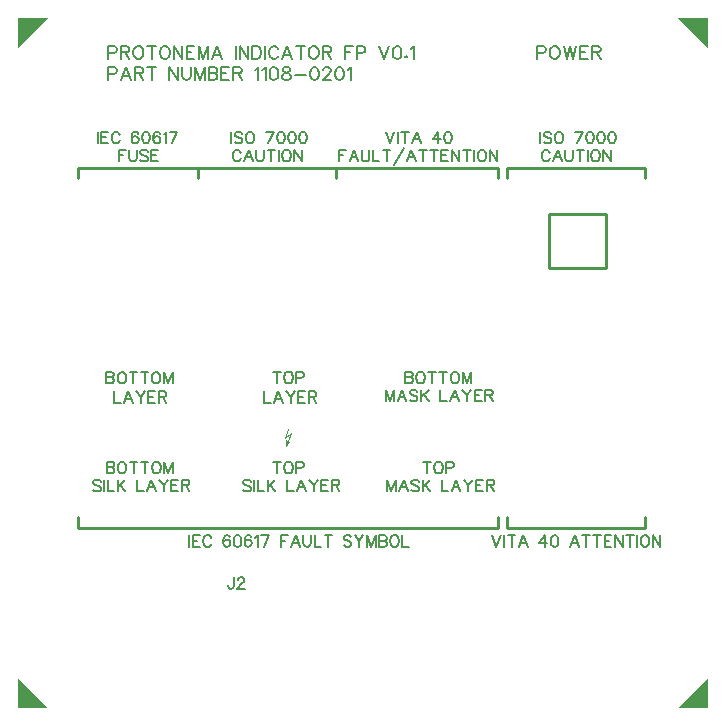
<source format=gto>
G04 Layer: TopSilkscreenLayer*
G04 EasyEDA v6.5.34, 2023-08-21 18:11:39*
G04 7c8418cbede34b2c85e998ecb34685fd,5a6b42c53f6a479593ecc07194224c93,10*
G04 Gerber Generator version 0.2*
G04 Scale: 100 percent, Rotated: No, Reflected: No *
G04 Dimensions in millimeters *
G04 leading zeros omitted , absolute positions ,4 integer and 5 decimal *
%FSLAX45Y45*%
%MOMM*%

%ADD10C,0.1524*%
%ADD11C,0.2540*%
%ADD12C,0.1000*%

%LPD*%
D10*
X761992Y5601759D02*
G01*
X761992Y5492539D01*
X761992Y5601759D02*
G01*
X808728Y5601759D01*
X824222Y5596425D01*
X829556Y5591345D01*
X834636Y5580931D01*
X834636Y5565437D01*
X829556Y5555023D01*
X824222Y5549689D01*
X808728Y5544609D01*
X761992Y5544609D01*
X868926Y5601759D02*
G01*
X868926Y5492539D01*
X868926Y5601759D02*
G01*
X915662Y5601759D01*
X931410Y5596425D01*
X936490Y5591345D01*
X941824Y5580931D01*
X941824Y5570517D01*
X936490Y5560103D01*
X931410Y5555023D01*
X915662Y5549689D01*
X868926Y5549689D01*
X905502Y5549689D02*
G01*
X941824Y5492539D01*
X1007102Y5601759D02*
G01*
X996942Y5596425D01*
X986528Y5586265D01*
X981194Y5575851D01*
X976114Y5560103D01*
X976114Y5534195D01*
X981194Y5518701D01*
X986528Y5508287D01*
X996942Y5497873D01*
X1007102Y5492539D01*
X1027930Y5492539D01*
X1038344Y5497873D01*
X1048758Y5508287D01*
X1054092Y5518701D01*
X1059172Y5534195D01*
X1059172Y5560103D01*
X1054092Y5575851D01*
X1048758Y5586265D01*
X1038344Y5596425D01*
X1027930Y5601759D01*
X1007102Y5601759D01*
X1129784Y5601759D02*
G01*
X1129784Y5492539D01*
X1093462Y5601759D02*
G01*
X1166106Y5601759D01*
X1231638Y5601759D02*
G01*
X1221224Y5596425D01*
X1210810Y5586265D01*
X1205730Y5575851D01*
X1200396Y5560103D01*
X1200396Y5534195D01*
X1205730Y5518701D01*
X1210810Y5508287D01*
X1221224Y5497873D01*
X1231638Y5492539D01*
X1252466Y5492539D01*
X1262880Y5497873D01*
X1273294Y5508287D01*
X1278374Y5518701D01*
X1283708Y5534195D01*
X1283708Y5560103D01*
X1278374Y5575851D01*
X1273294Y5586265D01*
X1262880Y5596425D01*
X1252466Y5601759D01*
X1231638Y5601759D01*
X1317998Y5601759D02*
G01*
X1317998Y5492539D01*
X1317998Y5601759D02*
G01*
X1390642Y5492539D01*
X1390642Y5601759D02*
G01*
X1390642Y5492539D01*
X1424932Y5601759D02*
G01*
X1424932Y5492539D01*
X1424932Y5601759D02*
G01*
X1492496Y5601759D01*
X1424932Y5549689D02*
G01*
X1466588Y5549689D01*
X1424932Y5492539D02*
G01*
X1492496Y5492539D01*
X1526786Y5601759D02*
G01*
X1526786Y5492539D01*
X1526786Y5601759D02*
G01*
X1568442Y5492539D01*
X1609844Y5601759D02*
G01*
X1568442Y5492539D01*
X1609844Y5601759D02*
G01*
X1609844Y5492539D01*
X1685790Y5601759D02*
G01*
X1644134Y5492539D01*
X1685790Y5601759D02*
G01*
X1727192Y5492539D01*
X1659882Y5529115D02*
G01*
X1711698Y5529115D01*
X1841492Y5601759D02*
G01*
X1841492Y5492539D01*
X1875782Y5601759D02*
G01*
X1875782Y5492539D01*
X1875782Y5601759D02*
G01*
X1948680Y5492539D01*
X1948680Y5601759D02*
G01*
X1948680Y5492539D01*
X1982970Y5601759D02*
G01*
X1982970Y5492539D01*
X1982970Y5601759D02*
G01*
X2019292Y5601759D01*
X2034786Y5596425D01*
X2045200Y5586265D01*
X2050534Y5575851D01*
X2055614Y5560103D01*
X2055614Y5534195D01*
X2050534Y5518701D01*
X2045200Y5508287D01*
X2034786Y5497873D01*
X2019292Y5492539D01*
X1982970Y5492539D01*
X2089904Y5601759D02*
G01*
X2089904Y5492539D01*
X2202172Y5575851D02*
G01*
X2197092Y5586265D01*
X2186678Y5596425D01*
X2176264Y5601759D01*
X2155436Y5601759D01*
X2145022Y5596425D01*
X2134608Y5586265D01*
X2129528Y5575851D01*
X2124194Y5560103D01*
X2124194Y5534195D01*
X2129528Y5518701D01*
X2134608Y5508287D01*
X2145022Y5497873D01*
X2155436Y5492539D01*
X2176264Y5492539D01*
X2186678Y5497873D01*
X2197092Y5508287D01*
X2202172Y5518701D01*
X2278118Y5601759D02*
G01*
X2236462Y5492539D01*
X2278118Y5601759D02*
G01*
X2319520Y5492539D01*
X2251956Y5529115D02*
G01*
X2304026Y5529115D01*
X2390132Y5601759D02*
G01*
X2390132Y5492539D01*
X2353810Y5601759D02*
G01*
X2426708Y5601759D01*
X2491986Y5601759D02*
G01*
X2481572Y5596425D01*
X2471412Y5586265D01*
X2466078Y5575851D01*
X2460998Y5560103D01*
X2460998Y5534195D01*
X2466078Y5518701D01*
X2471412Y5508287D01*
X2481572Y5497873D01*
X2491986Y5492539D01*
X2512814Y5492539D01*
X2523228Y5497873D01*
X2533642Y5508287D01*
X2538722Y5518701D01*
X2544056Y5534195D01*
X2544056Y5560103D01*
X2538722Y5575851D01*
X2533642Y5586265D01*
X2523228Y5596425D01*
X2512814Y5601759D01*
X2491986Y5601759D01*
X2578346Y5601759D02*
G01*
X2578346Y5492539D01*
X2578346Y5601759D02*
G01*
X2625082Y5601759D01*
X2640576Y5596425D01*
X2645910Y5591345D01*
X2650990Y5580931D01*
X2650990Y5570517D01*
X2645910Y5560103D01*
X2640576Y5555023D01*
X2625082Y5549689D01*
X2578346Y5549689D01*
X2614668Y5549689D02*
G01*
X2650990Y5492539D01*
X2765290Y5601759D02*
G01*
X2765290Y5492539D01*
X2765290Y5601759D02*
G01*
X2832854Y5601759D01*
X2765290Y5549689D02*
G01*
X2806946Y5549689D01*
X2867144Y5601759D02*
G01*
X2867144Y5492539D01*
X2867144Y5601759D02*
G01*
X2913880Y5601759D01*
X2929628Y5596425D01*
X2934708Y5591345D01*
X2940042Y5580931D01*
X2940042Y5565437D01*
X2934708Y5555023D01*
X2929628Y5549689D01*
X2913880Y5544609D01*
X2867144Y5544609D01*
X3054342Y5601759D02*
G01*
X3095744Y5492539D01*
X3137400Y5601759D02*
G01*
X3095744Y5492539D01*
X3202932Y5601759D02*
G01*
X3187184Y5596425D01*
X3176770Y5580931D01*
X3171690Y5555023D01*
X3171690Y5539275D01*
X3176770Y5513367D01*
X3187184Y5497873D01*
X3202932Y5492539D01*
X3213092Y5492539D01*
X3228840Y5497873D01*
X3239254Y5513367D01*
X3244334Y5539275D01*
X3244334Y5555023D01*
X3239254Y5580931D01*
X3228840Y5596425D01*
X3213092Y5601759D01*
X3202932Y5601759D01*
X3283958Y5518701D02*
G01*
X3278624Y5513367D01*
X3283958Y5508287D01*
X3289038Y5513367D01*
X3283958Y5518701D01*
X3323328Y5580931D02*
G01*
X3333742Y5586265D01*
X3349236Y5601759D01*
X3349236Y5492539D01*
X761992Y5423959D02*
G01*
X761992Y5314739D01*
X761992Y5423959D02*
G01*
X808728Y5423959D01*
X824222Y5418625D01*
X829556Y5413545D01*
X834636Y5403131D01*
X834636Y5387637D01*
X829556Y5377223D01*
X824222Y5371889D01*
X808728Y5366809D01*
X761992Y5366809D01*
X910582Y5423959D02*
G01*
X868926Y5314739D01*
X910582Y5423959D02*
G01*
X952238Y5314739D01*
X884674Y5351315D02*
G01*
X936490Y5351315D01*
X986528Y5423959D02*
G01*
X986528Y5314739D01*
X986528Y5423959D02*
G01*
X1033264Y5423959D01*
X1048758Y5418625D01*
X1054092Y5413545D01*
X1059172Y5403131D01*
X1059172Y5392717D01*
X1054092Y5382303D01*
X1048758Y5377223D01*
X1033264Y5371889D01*
X986528Y5371889D01*
X1022850Y5371889D02*
G01*
X1059172Y5314739D01*
X1129784Y5423959D02*
G01*
X1129784Y5314739D01*
X1093462Y5423959D02*
G01*
X1166106Y5423959D01*
X1280406Y5423959D02*
G01*
X1280406Y5314739D01*
X1280406Y5423959D02*
G01*
X1353304Y5314739D01*
X1353304Y5423959D02*
G01*
X1353304Y5314739D01*
X1387594Y5423959D02*
G01*
X1387594Y5345981D01*
X1392674Y5330487D01*
X1403088Y5320073D01*
X1418582Y5314739D01*
X1428996Y5314739D01*
X1444744Y5320073D01*
X1455158Y5330487D01*
X1460238Y5345981D01*
X1460238Y5423959D01*
X1494528Y5423959D02*
G01*
X1494528Y5314739D01*
X1494528Y5423959D02*
G01*
X1536184Y5314739D01*
X1577586Y5423959D02*
G01*
X1536184Y5314739D01*
X1577586Y5423959D02*
G01*
X1577586Y5314739D01*
X1611876Y5423959D02*
G01*
X1611876Y5314739D01*
X1611876Y5423959D02*
G01*
X1658612Y5423959D01*
X1674360Y5418625D01*
X1679440Y5413545D01*
X1684774Y5403131D01*
X1684774Y5392717D01*
X1679440Y5382303D01*
X1674360Y5377223D01*
X1658612Y5371889D01*
X1611876Y5371889D02*
G01*
X1658612Y5371889D01*
X1674360Y5366809D01*
X1679440Y5361475D01*
X1684774Y5351315D01*
X1684774Y5335567D01*
X1679440Y5325153D01*
X1674360Y5320073D01*
X1658612Y5314739D01*
X1611876Y5314739D01*
X1719064Y5423959D02*
G01*
X1719064Y5314739D01*
X1719064Y5423959D02*
G01*
X1786628Y5423959D01*
X1719064Y5371889D02*
G01*
X1760466Y5371889D01*
X1719064Y5314739D02*
G01*
X1786628Y5314739D01*
X1820918Y5423959D02*
G01*
X1820918Y5314739D01*
X1820918Y5423959D02*
G01*
X1867654Y5423959D01*
X1883148Y5418625D01*
X1888482Y5413545D01*
X1893562Y5403131D01*
X1893562Y5392717D01*
X1888482Y5382303D01*
X1883148Y5377223D01*
X1867654Y5371889D01*
X1820918Y5371889D01*
X1857240Y5371889D02*
G01*
X1893562Y5314739D01*
X2007862Y5403131D02*
G01*
X2018276Y5408465D01*
X2033770Y5423959D01*
X2033770Y5314739D01*
X2068060Y5403131D02*
G01*
X2078474Y5408465D01*
X2094222Y5423959D01*
X2094222Y5314739D01*
X2159500Y5423959D02*
G01*
X2144006Y5418625D01*
X2133592Y5403131D01*
X2128512Y5377223D01*
X2128512Y5361475D01*
X2133592Y5335567D01*
X2144006Y5320073D01*
X2159500Y5314739D01*
X2169914Y5314739D01*
X2185662Y5320073D01*
X2195822Y5335567D01*
X2201156Y5361475D01*
X2201156Y5377223D01*
X2195822Y5403131D01*
X2185662Y5418625D01*
X2169914Y5423959D01*
X2159500Y5423959D01*
X2261354Y5423959D02*
G01*
X2245860Y5418625D01*
X2240526Y5408465D01*
X2240526Y5398051D01*
X2245860Y5387637D01*
X2256274Y5382303D01*
X2277102Y5377223D01*
X2292596Y5371889D01*
X2303010Y5361475D01*
X2308090Y5351315D01*
X2308090Y5335567D01*
X2303010Y5325153D01*
X2297676Y5320073D01*
X2282182Y5314739D01*
X2261354Y5314739D01*
X2245860Y5320073D01*
X2240526Y5325153D01*
X2235446Y5335567D01*
X2235446Y5351315D01*
X2240526Y5361475D01*
X2250940Y5371889D01*
X2266688Y5377223D01*
X2287262Y5382303D01*
X2297676Y5387637D01*
X2303010Y5398051D01*
X2303010Y5408465D01*
X2297676Y5418625D01*
X2282182Y5423959D01*
X2261354Y5423959D01*
X2342380Y5361475D02*
G01*
X2435852Y5361475D01*
X2501384Y5423959D02*
G01*
X2485890Y5418625D01*
X2475476Y5403131D01*
X2470142Y5377223D01*
X2470142Y5361475D01*
X2475476Y5335567D01*
X2485890Y5320073D01*
X2501384Y5314739D01*
X2511798Y5314739D01*
X2527292Y5320073D01*
X2537706Y5335567D01*
X2543040Y5361475D01*
X2543040Y5377223D01*
X2537706Y5403131D01*
X2527292Y5418625D01*
X2511798Y5423959D01*
X2501384Y5423959D01*
X2582410Y5398051D02*
G01*
X2582410Y5403131D01*
X2587744Y5413545D01*
X2592824Y5418625D01*
X2603238Y5423959D01*
X2624066Y5423959D01*
X2634480Y5418625D01*
X2639560Y5413545D01*
X2644894Y5403131D01*
X2644894Y5392717D01*
X2639560Y5382303D01*
X2629146Y5366809D01*
X2577330Y5314739D01*
X2649974Y5314739D01*
X2715506Y5423959D02*
G01*
X2700012Y5418625D01*
X2689598Y5403131D01*
X2684264Y5377223D01*
X2684264Y5361475D01*
X2689598Y5335567D01*
X2700012Y5320073D01*
X2715506Y5314739D01*
X2725920Y5314739D01*
X2741414Y5320073D01*
X2751828Y5335567D01*
X2757162Y5361475D01*
X2757162Y5377223D01*
X2751828Y5403131D01*
X2741414Y5418625D01*
X2725920Y5423959D01*
X2715506Y5423959D01*
X2791452Y5403131D02*
G01*
X2801612Y5408465D01*
X2817360Y5423959D01*
X2817360Y5314739D01*
X4394192Y5601708D02*
G01*
X4394192Y5492742D01*
X4394192Y5601708D02*
G01*
X4440928Y5601708D01*
X4456422Y5596628D01*
X4461756Y5591294D01*
X4466836Y5580880D01*
X4466836Y5565386D01*
X4461756Y5554972D01*
X4456422Y5549892D01*
X4440928Y5544558D01*
X4394192Y5544558D01*
X4532368Y5601708D02*
G01*
X4521954Y5596628D01*
X4511540Y5586214D01*
X4506460Y5575800D01*
X4501126Y5560052D01*
X4501126Y5534144D01*
X4506460Y5518650D01*
X4511540Y5508236D01*
X4521954Y5497822D01*
X4532368Y5492742D01*
X4553196Y5492742D01*
X4563610Y5497822D01*
X4574024Y5508236D01*
X4579104Y5518650D01*
X4584438Y5534144D01*
X4584438Y5560052D01*
X4579104Y5575800D01*
X4574024Y5586214D01*
X4563610Y5596628D01*
X4553196Y5601708D01*
X4532368Y5601708D01*
X4618728Y5601708D02*
G01*
X4644636Y5492742D01*
X4670544Y5601708D02*
G01*
X4644636Y5492742D01*
X4670544Y5601708D02*
G01*
X4696452Y5492742D01*
X4722614Y5601708D02*
G01*
X4696452Y5492742D01*
X4756904Y5601708D02*
G01*
X4756904Y5492742D01*
X4756904Y5601708D02*
G01*
X4824468Y5601708D01*
X4756904Y5549892D02*
G01*
X4798306Y5549892D01*
X4756904Y5492742D02*
G01*
X4824468Y5492742D01*
X4858758Y5601708D02*
G01*
X4858758Y5492742D01*
X4858758Y5601708D02*
G01*
X4905494Y5601708D01*
X4920988Y5596628D01*
X4926322Y5591294D01*
X4931402Y5580880D01*
X4931402Y5570466D01*
X4926322Y5560052D01*
X4920988Y5554972D01*
X4905494Y5549892D01*
X4858758Y5549892D01*
X4895080Y5549892D02*
G01*
X4931402Y5492742D01*
X749292Y2082081D02*
G01*
X749292Y1986577D01*
X749292Y2082081D02*
G01*
X790186Y2082081D01*
X803902Y2077509D01*
X808474Y2072937D01*
X813046Y2064047D01*
X813046Y2054903D01*
X808474Y2045759D01*
X803902Y2041187D01*
X790186Y2036615D01*
X749292Y2036615D02*
G01*
X790186Y2036615D01*
X803902Y2032043D01*
X808474Y2027471D01*
X813046Y2018581D01*
X813046Y2004865D01*
X808474Y1995721D01*
X803902Y1991149D01*
X790186Y1986577D01*
X749292Y1986577D01*
X870196Y2082081D02*
G01*
X861052Y2077509D01*
X851908Y2068365D01*
X847590Y2059475D01*
X843018Y2045759D01*
X843018Y2022899D01*
X847590Y2009437D01*
X851908Y2000293D01*
X861052Y1991149D01*
X870196Y1986577D01*
X888484Y1986577D01*
X897374Y1991149D01*
X906518Y2000293D01*
X911090Y2009437D01*
X915662Y2022899D01*
X915662Y2045759D01*
X911090Y2059475D01*
X906518Y2068365D01*
X897374Y2077509D01*
X888484Y2082081D01*
X870196Y2082081D01*
X977384Y2082081D02*
G01*
X977384Y1986577D01*
X945634Y2082081D02*
G01*
X1009388Y2082081D01*
X1071110Y2082081D02*
G01*
X1071110Y1986577D01*
X1039360Y2082081D02*
G01*
X1102860Y2082081D01*
X1160264Y2082081D02*
G01*
X1151120Y2077509D01*
X1141976Y2068365D01*
X1137404Y2059475D01*
X1132832Y2045759D01*
X1132832Y2022899D01*
X1137404Y2009437D01*
X1141976Y2000293D01*
X1151120Y1991149D01*
X1160264Y1986577D01*
X1178298Y1986577D01*
X1187442Y1991149D01*
X1196586Y2000293D01*
X1201158Y2009437D01*
X1205730Y2022899D01*
X1205730Y2045759D01*
X1201158Y2059475D01*
X1196586Y2068365D01*
X1187442Y2077509D01*
X1178298Y2082081D01*
X1160264Y2082081D01*
X1235702Y2082081D02*
G01*
X1235702Y1986577D01*
X1235702Y2082081D02*
G01*
X1272024Y1986577D01*
X1308346Y2082081D02*
G01*
X1272024Y1986577D01*
X1308346Y2082081D02*
G01*
X1308346Y1986577D01*
X698748Y1915965D02*
G01*
X689604Y1925109D01*
X675888Y1929681D01*
X657600Y1929681D01*
X644138Y1925109D01*
X634994Y1915965D01*
X634994Y1907075D01*
X639566Y1897931D01*
X644138Y1893359D01*
X653282Y1888787D01*
X680460Y1879643D01*
X689604Y1875071D01*
X694176Y1870499D01*
X698748Y1861609D01*
X698748Y1847893D01*
X689604Y1838749D01*
X675888Y1834177D01*
X657600Y1834177D01*
X644138Y1838749D01*
X634994Y1847893D01*
X728720Y1929681D02*
G01*
X728720Y1834177D01*
X758692Y1929681D02*
G01*
X758692Y1834177D01*
X758692Y1834177D02*
G01*
X813302Y1834177D01*
X843274Y1929681D02*
G01*
X843274Y1834177D01*
X906774Y1929681D02*
G01*
X843274Y1866181D01*
X865880Y1888787D02*
G01*
X906774Y1834177D01*
X1006850Y1929681D02*
G01*
X1006850Y1834177D01*
X1006850Y1834177D02*
G01*
X1061460Y1834177D01*
X1127754Y1929681D02*
G01*
X1091432Y1834177D01*
X1127754Y1929681D02*
G01*
X1164076Y1834177D01*
X1104894Y1866181D02*
G01*
X1150360Y1866181D01*
X1194048Y1929681D02*
G01*
X1230370Y1884215D01*
X1230370Y1834177D01*
X1266692Y1929681D02*
G01*
X1230370Y1884215D01*
X1296918Y1929681D02*
G01*
X1296918Y1834177D01*
X1296918Y1929681D02*
G01*
X1355846Y1929681D01*
X1296918Y1884215D02*
G01*
X1333240Y1884215D01*
X1296918Y1834177D02*
G01*
X1355846Y1834177D01*
X1385818Y1929681D02*
G01*
X1385818Y1834177D01*
X1385818Y1929681D02*
G01*
X1426712Y1929681D01*
X1440428Y1925109D01*
X1445000Y1920537D01*
X1449572Y1911647D01*
X1449572Y1902503D01*
X1445000Y1893359D01*
X1440428Y1888787D01*
X1426712Y1884215D01*
X1385818Y1884215D01*
X1417822Y1884215D02*
G01*
X1449572Y1834177D01*
X747532Y2842450D02*
G01*
X747532Y2746946D01*
X747532Y2842450D02*
G01*
X788426Y2842450D01*
X802142Y2837878D01*
X806714Y2833306D01*
X811286Y2824416D01*
X811286Y2815272D01*
X806714Y2806128D01*
X802142Y2801556D01*
X788426Y2796984D01*
X747532Y2796984D02*
G01*
X788426Y2796984D01*
X802142Y2792412D01*
X806714Y2787840D01*
X811286Y2778950D01*
X811286Y2765234D01*
X806714Y2756090D01*
X802142Y2751518D01*
X788426Y2746946D01*
X747532Y2746946D01*
X868436Y2842450D02*
G01*
X859292Y2837878D01*
X850148Y2828734D01*
X845830Y2819844D01*
X841258Y2806128D01*
X841258Y2783268D01*
X845830Y2769806D01*
X850148Y2760662D01*
X859292Y2751518D01*
X868436Y2746946D01*
X886724Y2746946D01*
X895614Y2751518D01*
X904758Y2760662D01*
X909330Y2769806D01*
X913902Y2783268D01*
X913902Y2806128D01*
X909330Y2819844D01*
X904758Y2828734D01*
X895614Y2837878D01*
X886724Y2842450D01*
X868436Y2842450D01*
X975624Y2842450D02*
G01*
X975624Y2746946D01*
X943874Y2842450D02*
G01*
X1007628Y2842450D01*
X1069350Y2842450D02*
G01*
X1069350Y2746946D01*
X1037600Y2842450D02*
G01*
X1101100Y2842450D01*
X1158504Y2842450D02*
G01*
X1149360Y2837878D01*
X1140216Y2828734D01*
X1135644Y2819844D01*
X1131072Y2806128D01*
X1131072Y2783268D01*
X1135644Y2769806D01*
X1140216Y2760662D01*
X1149360Y2751518D01*
X1158504Y2746946D01*
X1176538Y2746946D01*
X1185682Y2751518D01*
X1194826Y2760662D01*
X1199398Y2769806D01*
X1203970Y2783268D01*
X1203970Y2806128D01*
X1199398Y2819844D01*
X1194826Y2828734D01*
X1185682Y2837878D01*
X1176538Y2842450D01*
X1158504Y2842450D01*
X1233942Y2842450D02*
G01*
X1233942Y2746946D01*
X1233942Y2842450D02*
G01*
X1270264Y2746946D01*
X1306586Y2842450D02*
G01*
X1270264Y2746946D01*
X1306586Y2842450D02*
G01*
X1306586Y2746946D01*
X812802Y2679054D02*
G01*
X812802Y2583550D01*
X812802Y2583550D02*
G01*
X867412Y2583550D01*
X933706Y2679054D02*
G01*
X897384Y2583550D01*
X933706Y2679054D02*
G01*
X970028Y2583550D01*
X911100Y2615300D02*
G01*
X956312Y2615300D01*
X1000000Y2679054D02*
G01*
X1036322Y2633588D01*
X1036322Y2583550D01*
X1072898Y2679054D02*
G01*
X1036322Y2633588D01*
X1102870Y2679054D02*
G01*
X1102870Y2583550D01*
X1102870Y2679054D02*
G01*
X1161798Y2679054D01*
X1102870Y2633588D02*
G01*
X1139192Y2633588D01*
X1102870Y2583550D02*
G01*
X1161798Y2583550D01*
X1191770Y2679054D02*
G01*
X1191770Y2583550D01*
X1191770Y2679054D02*
G01*
X1232918Y2679054D01*
X1246380Y2674482D01*
X1250952Y2669910D01*
X1255524Y2660766D01*
X1255524Y2651622D01*
X1250952Y2642732D01*
X1246380Y2638160D01*
X1232918Y2633588D01*
X1191770Y2633588D01*
X1223774Y2633588D02*
G01*
X1255524Y2583550D01*
X2082800Y2679054D02*
G01*
X2082800Y2583550D01*
X2082800Y2583550D02*
G01*
X2137410Y2583550D01*
X2203704Y2679054D02*
G01*
X2167381Y2583550D01*
X2203704Y2679054D02*
G01*
X2240026Y2583550D01*
X2181097Y2615300D02*
G01*
X2226310Y2615300D01*
X2269997Y2679054D02*
G01*
X2306320Y2633588D01*
X2306320Y2583550D01*
X2342896Y2679054D02*
G01*
X2306320Y2633588D01*
X2372868Y2679054D02*
G01*
X2372868Y2583550D01*
X2372868Y2679054D02*
G01*
X2431796Y2679054D01*
X2372868Y2633588D02*
G01*
X2409190Y2633588D01*
X2372868Y2583550D02*
G01*
X2431796Y2583550D01*
X2461768Y2679054D02*
G01*
X2461768Y2583550D01*
X2461768Y2679054D02*
G01*
X2502915Y2679054D01*
X2516378Y2674482D01*
X2520950Y2669910D01*
X2525522Y2660766D01*
X2525522Y2651622D01*
X2520950Y2642732D01*
X2516378Y2638160D01*
X2502915Y2633588D01*
X2461768Y2633588D01*
X2493772Y2633588D02*
G01*
X2525522Y2583550D01*
X2190724Y2844187D02*
G01*
X2190724Y2748683D01*
X2158974Y2844187D02*
G01*
X2222728Y2844187D01*
X2279878Y2844187D02*
G01*
X2270734Y2839615D01*
X2261844Y2830471D01*
X2257272Y2821327D01*
X2252700Y2807865D01*
X2252700Y2785005D01*
X2257272Y2771289D01*
X2261844Y2762399D01*
X2270734Y2753255D01*
X2279878Y2748683D01*
X2298166Y2748683D01*
X2307056Y2753255D01*
X2316200Y2762399D01*
X2320772Y2771289D01*
X2325344Y2785005D01*
X2325344Y2807865D01*
X2320772Y2821327D01*
X2316200Y2830471D01*
X2307056Y2839615D01*
X2298166Y2844187D01*
X2279878Y2844187D01*
X2355316Y2844187D02*
G01*
X2355316Y2748683D01*
X2355316Y2844187D02*
G01*
X2396210Y2844187D01*
X2409926Y2839615D01*
X2414498Y2835043D01*
X2419070Y2825899D01*
X2419070Y2812183D01*
X2414498Y2803293D01*
X2409926Y2798721D01*
X2396210Y2794149D01*
X2355316Y2794149D01*
X1968746Y1915965D02*
G01*
X1959602Y1925109D01*
X1945886Y1929681D01*
X1927598Y1929681D01*
X1914136Y1925109D01*
X1904992Y1915965D01*
X1904992Y1907075D01*
X1909564Y1897931D01*
X1914136Y1893359D01*
X1923280Y1888787D01*
X1950458Y1879643D01*
X1959602Y1875071D01*
X1964174Y1870499D01*
X1968746Y1861609D01*
X1968746Y1847893D01*
X1959602Y1838749D01*
X1945886Y1834177D01*
X1927598Y1834177D01*
X1914136Y1838749D01*
X1904992Y1847893D01*
X1998718Y1929681D02*
G01*
X1998718Y1834177D01*
X2028690Y1929681D02*
G01*
X2028690Y1834177D01*
X2028690Y1834177D02*
G01*
X2083300Y1834177D01*
X2113272Y1929681D02*
G01*
X2113272Y1834177D01*
X2176772Y1929681D02*
G01*
X2113272Y1866181D01*
X2135878Y1888787D02*
G01*
X2176772Y1834177D01*
X2276848Y1929681D02*
G01*
X2276848Y1834177D01*
X2276848Y1834177D02*
G01*
X2331458Y1834177D01*
X2397752Y1929681D02*
G01*
X2361430Y1834177D01*
X2397752Y1929681D02*
G01*
X2434074Y1834177D01*
X2374892Y1866181D02*
G01*
X2420358Y1866181D01*
X2464046Y1929681D02*
G01*
X2500368Y1884215D01*
X2500368Y1834177D01*
X2536690Y1929681D02*
G01*
X2500368Y1884215D01*
X2566916Y1929681D02*
G01*
X2566916Y1834177D01*
X2566916Y1929681D02*
G01*
X2625844Y1929681D01*
X2566916Y1884215D02*
G01*
X2603238Y1884215D01*
X2566916Y1834177D02*
G01*
X2625844Y1834177D01*
X2655816Y1929681D02*
G01*
X2655816Y1834177D01*
X2655816Y1929681D02*
G01*
X2696710Y1929681D01*
X2710426Y1925109D01*
X2714998Y1920537D01*
X2719570Y1911647D01*
X2719570Y1902503D01*
X2714998Y1893359D01*
X2710426Y1888787D01*
X2696710Y1884215D01*
X2655816Y1884215D01*
X2687820Y1884215D02*
G01*
X2719570Y1834177D01*
X2190742Y2082081D02*
G01*
X2190742Y1986577D01*
X2158992Y2082081D02*
G01*
X2222746Y2082081D01*
X2279896Y2082081D02*
G01*
X2270752Y2077509D01*
X2261608Y2068365D01*
X2257290Y2059475D01*
X2252718Y2045759D01*
X2252718Y2022899D01*
X2257290Y2009437D01*
X2261608Y2000293D01*
X2270752Y1991149D01*
X2279896Y1986577D01*
X2298184Y1986577D01*
X2307074Y1991149D01*
X2316218Y2000293D01*
X2320790Y2009437D01*
X2325362Y2022899D01*
X2325362Y2045759D01*
X2320790Y2059475D01*
X2316218Y2068365D01*
X2307074Y2077509D01*
X2298184Y2082081D01*
X2279896Y2082081D01*
X2355334Y2082081D02*
G01*
X2355334Y1986577D01*
X2355334Y2082081D02*
G01*
X2396228Y2082081D01*
X2409944Y2077509D01*
X2414516Y2072937D01*
X2419088Y2064047D01*
X2419088Y2050331D01*
X2414516Y2041187D01*
X2409944Y2036615D01*
X2396228Y2032043D01*
X2355334Y2032043D01*
X1447792Y1459781D02*
G01*
X1447792Y1364277D01*
X1477764Y1459781D02*
G01*
X1477764Y1364277D01*
X1477764Y1459781D02*
G01*
X1536946Y1459781D01*
X1477764Y1414315D02*
G01*
X1514086Y1414315D01*
X1477764Y1364277D02*
G01*
X1536946Y1364277D01*
X1634990Y1437175D02*
G01*
X1630418Y1446065D01*
X1621528Y1455209D01*
X1612384Y1459781D01*
X1594096Y1459781D01*
X1584952Y1455209D01*
X1576062Y1446065D01*
X1571490Y1437175D01*
X1566918Y1423459D01*
X1566918Y1400599D01*
X1571490Y1387137D01*
X1576062Y1377993D01*
X1584952Y1368849D01*
X1594096Y1364277D01*
X1612384Y1364277D01*
X1621528Y1368849D01*
X1630418Y1377993D01*
X1634990Y1387137D01*
X1789676Y1446065D02*
G01*
X1785104Y1455209D01*
X1771388Y1459781D01*
X1762244Y1459781D01*
X1748782Y1455209D01*
X1739638Y1441747D01*
X1735066Y1418887D01*
X1735066Y1396281D01*
X1739638Y1377993D01*
X1748782Y1368849D01*
X1762244Y1364277D01*
X1766816Y1364277D01*
X1780532Y1368849D01*
X1789676Y1377993D01*
X1794248Y1391709D01*
X1794248Y1396281D01*
X1789676Y1409743D01*
X1780532Y1418887D01*
X1766816Y1423459D01*
X1762244Y1423459D01*
X1748782Y1418887D01*
X1739638Y1409743D01*
X1735066Y1396281D01*
X1851398Y1459781D02*
G01*
X1837682Y1455209D01*
X1828792Y1441747D01*
X1824220Y1418887D01*
X1824220Y1405171D01*
X1828792Y1382565D01*
X1837682Y1368849D01*
X1851398Y1364277D01*
X1860542Y1364277D01*
X1874258Y1368849D01*
X1883148Y1382565D01*
X1887720Y1405171D01*
X1887720Y1418887D01*
X1883148Y1441747D01*
X1874258Y1455209D01*
X1860542Y1459781D01*
X1851398Y1459781D01*
X1972302Y1446065D02*
G01*
X1967730Y1455209D01*
X1954268Y1459781D01*
X1945124Y1459781D01*
X1931408Y1455209D01*
X1922264Y1441747D01*
X1917692Y1418887D01*
X1917692Y1396281D01*
X1922264Y1377993D01*
X1931408Y1368849D01*
X1945124Y1364277D01*
X1949696Y1364277D01*
X1963158Y1368849D01*
X1972302Y1377993D01*
X1976874Y1391709D01*
X1976874Y1396281D01*
X1972302Y1409743D01*
X1963158Y1418887D01*
X1949696Y1423459D01*
X1945124Y1423459D01*
X1931408Y1418887D01*
X1922264Y1409743D01*
X1917692Y1396281D01*
X2006846Y1441747D02*
G01*
X2015990Y1446065D01*
X2029706Y1459781D01*
X2029706Y1364277D01*
X2123178Y1459781D02*
G01*
X2077712Y1364277D01*
X2059678Y1459781D02*
G01*
X2123178Y1459781D01*
X2223254Y1459781D02*
G01*
X2223254Y1364277D01*
X2223254Y1459781D02*
G01*
X2282436Y1459781D01*
X2223254Y1414315D02*
G01*
X2259576Y1414315D01*
X2348730Y1459781D02*
G01*
X2312408Y1364277D01*
X2348730Y1459781D02*
G01*
X2385052Y1364277D01*
X2325870Y1396281D02*
G01*
X2371336Y1396281D01*
X2415024Y1459781D02*
G01*
X2415024Y1391709D01*
X2419596Y1377993D01*
X2428740Y1368849D01*
X2442456Y1364277D01*
X2451346Y1364277D01*
X2465062Y1368849D01*
X2474206Y1377993D01*
X2478778Y1391709D01*
X2478778Y1459781D01*
X2508750Y1459781D02*
G01*
X2508750Y1364277D01*
X2508750Y1364277D02*
G01*
X2563360Y1364277D01*
X2625082Y1459781D02*
G01*
X2625082Y1364277D01*
X2593332Y1459781D02*
G01*
X2656832Y1459781D01*
X2820408Y1446065D02*
G01*
X2811518Y1455209D01*
X2797802Y1459781D01*
X2779514Y1459781D01*
X2766052Y1455209D01*
X2756908Y1446065D01*
X2756908Y1437175D01*
X2761480Y1428031D01*
X2766052Y1423459D01*
X2774942Y1418887D01*
X2802374Y1409743D01*
X2811518Y1405171D01*
X2816090Y1400599D01*
X2820408Y1391709D01*
X2820408Y1377993D01*
X2811518Y1368849D01*
X2797802Y1364277D01*
X2779514Y1364277D01*
X2766052Y1368849D01*
X2756908Y1377993D01*
X2850634Y1459781D02*
G01*
X2886956Y1414315D01*
X2886956Y1364277D01*
X2923278Y1459781D02*
G01*
X2886956Y1414315D01*
X2953250Y1459781D02*
G01*
X2953250Y1364277D01*
X2953250Y1459781D02*
G01*
X2989572Y1364277D01*
X3025894Y1459781D02*
G01*
X2989572Y1364277D01*
X3025894Y1459781D02*
G01*
X3025894Y1364277D01*
X3055866Y1459781D02*
G01*
X3055866Y1364277D01*
X3055866Y1459781D02*
G01*
X3096760Y1459781D01*
X3110476Y1455209D01*
X3115048Y1450637D01*
X3119620Y1441747D01*
X3119620Y1432603D01*
X3115048Y1423459D01*
X3110476Y1418887D01*
X3096760Y1414315D01*
X3055866Y1414315D02*
G01*
X3096760Y1414315D01*
X3110476Y1409743D01*
X3115048Y1405171D01*
X3119620Y1396281D01*
X3119620Y1382565D01*
X3115048Y1373421D01*
X3110476Y1368849D01*
X3096760Y1364277D01*
X3055866Y1364277D01*
X3176770Y1459781D02*
G01*
X3167880Y1455209D01*
X3158736Y1446065D01*
X3154164Y1437175D01*
X3149592Y1423459D01*
X3149592Y1400599D01*
X3154164Y1387137D01*
X3158736Y1377993D01*
X3167880Y1368849D01*
X3176770Y1364277D01*
X3195058Y1364277D01*
X3204202Y1368849D01*
X3213346Y1377993D01*
X3217918Y1387137D01*
X3222236Y1400599D01*
X3222236Y1423459D01*
X3217918Y1437175D01*
X3213346Y1446065D01*
X3204202Y1455209D01*
X3195058Y1459781D01*
X3176770Y1459781D01*
X3252462Y1459781D02*
G01*
X3252462Y1364277D01*
X3252462Y1364277D02*
G01*
X3306818Y1364277D01*
X850889Y4723678D02*
G01*
X850889Y4628174D01*
X850889Y4723678D02*
G01*
X910071Y4723678D01*
X850889Y4678212D02*
G01*
X887211Y4678212D01*
X940043Y4723678D02*
G01*
X940043Y4655606D01*
X944615Y4641890D01*
X953505Y4632746D01*
X967221Y4628174D01*
X976365Y4628174D01*
X990081Y4632746D01*
X998971Y4641890D01*
X1003543Y4655606D01*
X1003543Y4723678D01*
X1097269Y4709962D02*
G01*
X1088125Y4719106D01*
X1074409Y4723678D01*
X1056375Y4723678D01*
X1042659Y4719106D01*
X1033515Y4709962D01*
X1033515Y4701072D01*
X1038087Y4691928D01*
X1042659Y4687356D01*
X1051803Y4682784D01*
X1078981Y4673640D01*
X1088125Y4669068D01*
X1092697Y4664496D01*
X1097269Y4655606D01*
X1097269Y4641890D01*
X1088125Y4632746D01*
X1074409Y4628174D01*
X1056375Y4628174D01*
X1042659Y4632746D01*
X1033515Y4641890D01*
X1127241Y4723678D02*
G01*
X1127241Y4628174D01*
X1127241Y4723678D02*
G01*
X1186423Y4723678D01*
X1127241Y4678212D02*
G01*
X1163563Y4678212D01*
X1127241Y4628174D02*
G01*
X1186423Y4628174D01*
X673089Y4876078D02*
G01*
X673089Y4780574D01*
X703061Y4876078D02*
G01*
X703061Y4780574D01*
X703061Y4876078D02*
G01*
X762243Y4876078D01*
X703061Y4830612D02*
G01*
X739383Y4830612D01*
X703061Y4780574D02*
G01*
X762243Y4780574D01*
X860287Y4853472D02*
G01*
X855715Y4862362D01*
X846825Y4871506D01*
X837681Y4876078D01*
X819393Y4876078D01*
X810249Y4871506D01*
X801359Y4862362D01*
X796787Y4853472D01*
X792215Y4839756D01*
X792215Y4816896D01*
X796787Y4803434D01*
X801359Y4794290D01*
X810249Y4785146D01*
X819393Y4780574D01*
X837681Y4780574D01*
X846825Y4785146D01*
X855715Y4794290D01*
X860287Y4803434D01*
X1014973Y4862362D02*
G01*
X1010401Y4871506D01*
X996685Y4876078D01*
X987541Y4876078D01*
X974079Y4871506D01*
X964935Y4857790D01*
X960363Y4835184D01*
X960363Y4812578D01*
X964935Y4794290D01*
X974079Y4785146D01*
X987541Y4780574D01*
X992113Y4780574D01*
X1005829Y4785146D01*
X1014973Y4794290D01*
X1019545Y4808006D01*
X1019545Y4812578D01*
X1014973Y4826040D01*
X1005829Y4835184D01*
X992113Y4839756D01*
X987541Y4839756D01*
X974079Y4835184D01*
X964935Y4826040D01*
X960363Y4812578D01*
X1076695Y4876078D02*
G01*
X1062979Y4871506D01*
X1054089Y4857790D01*
X1049517Y4835184D01*
X1049517Y4821468D01*
X1054089Y4798862D01*
X1062979Y4785146D01*
X1076695Y4780574D01*
X1085839Y4780574D01*
X1099555Y4785146D01*
X1108445Y4798862D01*
X1113017Y4821468D01*
X1113017Y4835184D01*
X1108445Y4857790D01*
X1099555Y4871506D01*
X1085839Y4876078D01*
X1076695Y4876078D01*
X1197599Y4862362D02*
G01*
X1193027Y4871506D01*
X1179565Y4876078D01*
X1170421Y4876078D01*
X1156705Y4871506D01*
X1147561Y4857790D01*
X1142989Y4835184D01*
X1142989Y4812578D01*
X1147561Y4794290D01*
X1156705Y4785146D01*
X1170421Y4780574D01*
X1174993Y4780574D01*
X1188455Y4785146D01*
X1197599Y4794290D01*
X1202171Y4808006D01*
X1202171Y4812578D01*
X1197599Y4826040D01*
X1188455Y4835184D01*
X1174993Y4839756D01*
X1170421Y4839756D01*
X1156705Y4835184D01*
X1147561Y4826040D01*
X1142989Y4812578D01*
X1232143Y4857790D02*
G01*
X1241287Y4862362D01*
X1255003Y4876078D01*
X1255003Y4780574D01*
X1348475Y4876078D02*
G01*
X1303009Y4780574D01*
X1284975Y4876078D02*
G01*
X1348475Y4876078D01*
X1803392Y4876078D02*
G01*
X1803392Y4780574D01*
X1897118Y4862362D02*
G01*
X1887974Y4871506D01*
X1874258Y4876078D01*
X1856224Y4876078D01*
X1842508Y4871506D01*
X1833364Y4862362D01*
X1833364Y4853472D01*
X1837936Y4844328D01*
X1842508Y4839756D01*
X1851652Y4835184D01*
X1878830Y4826040D01*
X1887974Y4821468D01*
X1892546Y4816896D01*
X1897118Y4808006D01*
X1897118Y4794290D01*
X1887974Y4785146D01*
X1874258Y4780574D01*
X1856224Y4780574D01*
X1842508Y4785146D01*
X1833364Y4794290D01*
X1954268Y4876078D02*
G01*
X1945124Y4871506D01*
X1936234Y4862362D01*
X1931662Y4853472D01*
X1927090Y4839756D01*
X1927090Y4816896D01*
X1931662Y4803434D01*
X1936234Y4794290D01*
X1945124Y4785146D01*
X1954268Y4780574D01*
X1972556Y4780574D01*
X1981700Y4785146D01*
X1990590Y4794290D01*
X1995162Y4803434D01*
X1999734Y4816896D01*
X1999734Y4839756D01*
X1995162Y4853472D01*
X1990590Y4862362D01*
X1981700Y4871506D01*
X1972556Y4876078D01*
X1954268Y4876078D01*
X2163310Y4876078D02*
G01*
X2117844Y4780574D01*
X2099810Y4876078D02*
G01*
X2163310Y4876078D01*
X2220714Y4876078D02*
G01*
X2206998Y4871506D01*
X2197854Y4857790D01*
X2193282Y4835184D01*
X2193282Y4821468D01*
X2197854Y4798862D01*
X2206998Y4785146D01*
X2220714Y4780574D01*
X2229858Y4780574D01*
X2243320Y4785146D01*
X2252464Y4798862D01*
X2257036Y4821468D01*
X2257036Y4835184D01*
X2252464Y4857790D01*
X2243320Y4871506D01*
X2229858Y4876078D01*
X2220714Y4876078D01*
X2314186Y4876078D02*
G01*
X2300724Y4871506D01*
X2291580Y4857790D01*
X2287008Y4835184D01*
X2287008Y4821468D01*
X2291580Y4798862D01*
X2300724Y4785146D01*
X2314186Y4780574D01*
X2323330Y4780574D01*
X2337046Y4785146D01*
X2346190Y4798862D01*
X2350762Y4821468D01*
X2350762Y4835184D01*
X2346190Y4857790D01*
X2337046Y4871506D01*
X2323330Y4876078D01*
X2314186Y4876078D01*
X2407912Y4876078D02*
G01*
X2394196Y4871506D01*
X2385306Y4857790D01*
X2380734Y4835184D01*
X2380734Y4821468D01*
X2385306Y4798862D01*
X2394196Y4785146D01*
X2407912Y4780574D01*
X2417056Y4780574D01*
X2430772Y4785146D01*
X2439662Y4798862D01*
X2444234Y4821468D01*
X2444234Y4835184D01*
X2439662Y4857790D01*
X2430772Y4871506D01*
X2417056Y4876078D01*
X2407912Y4876078D01*
X1884164Y4701072D02*
G01*
X1879846Y4709962D01*
X1870702Y4719106D01*
X1861558Y4723678D01*
X1843270Y4723678D01*
X1834380Y4719106D01*
X1825236Y4709962D01*
X1820664Y4701072D01*
X1816092Y4687356D01*
X1816092Y4664496D01*
X1820664Y4651034D01*
X1825236Y4641890D01*
X1834380Y4632746D01*
X1843270Y4628174D01*
X1861558Y4628174D01*
X1870702Y4632746D01*
X1879846Y4641890D01*
X1884164Y4651034D01*
X1950712Y4723678D02*
G01*
X1914390Y4628174D01*
X1950712Y4723678D02*
G01*
X1987034Y4628174D01*
X1927852Y4660178D02*
G01*
X1973318Y4660178D01*
X2017006Y4723678D02*
G01*
X2017006Y4655606D01*
X2021578Y4641890D01*
X2030722Y4632746D01*
X2044184Y4628174D01*
X2053328Y4628174D01*
X2067044Y4632746D01*
X2076188Y4641890D01*
X2080760Y4655606D01*
X2080760Y4723678D01*
X2142482Y4723678D02*
G01*
X2142482Y4628174D01*
X2110732Y4723678D02*
G01*
X2174232Y4723678D01*
X2204204Y4723678D02*
G01*
X2204204Y4628174D01*
X2261608Y4723678D02*
G01*
X2252464Y4719106D01*
X2243320Y4709962D01*
X2238748Y4701072D01*
X2234176Y4687356D01*
X2234176Y4664496D01*
X2238748Y4651034D01*
X2243320Y4641890D01*
X2252464Y4632746D01*
X2261608Y4628174D01*
X2279642Y4628174D01*
X2288786Y4632746D01*
X2297930Y4641890D01*
X2302502Y4651034D01*
X2307074Y4664496D01*
X2307074Y4687356D01*
X2302502Y4701072D01*
X2297930Y4709962D01*
X2288786Y4719106D01*
X2279642Y4723678D01*
X2261608Y4723678D01*
X2337046Y4723678D02*
G01*
X2337046Y4628174D01*
X2337046Y4723678D02*
G01*
X2400546Y4628174D01*
X2400546Y4723678D02*
G01*
X2400546Y4628174D01*
X3460752Y2082083D02*
G01*
X3460752Y1986579D01*
X3429002Y2082083D02*
G01*
X3492756Y2082083D01*
X3549906Y2082083D02*
G01*
X3540762Y2077511D01*
X3531618Y2068367D01*
X3527300Y2059477D01*
X3522728Y2045761D01*
X3522728Y2022901D01*
X3527300Y2009439D01*
X3531618Y2000295D01*
X3540762Y1991151D01*
X3549906Y1986579D01*
X3568194Y1986579D01*
X3577084Y1991151D01*
X3586228Y2000295D01*
X3590800Y2009439D01*
X3595372Y2022901D01*
X3595372Y2045761D01*
X3590800Y2059477D01*
X3586228Y2068367D01*
X3577084Y2077511D01*
X3568194Y2082083D01*
X3549906Y2082083D01*
X3625344Y2082083D02*
G01*
X3625344Y1986579D01*
X3625344Y2082083D02*
G01*
X3666238Y2082083D01*
X3679954Y2077511D01*
X3684526Y2072939D01*
X3689098Y2064049D01*
X3689098Y2050333D01*
X3684526Y2041189D01*
X3679954Y2036617D01*
X3666238Y2032045D01*
X3625344Y2032045D01*
X3124179Y1929678D02*
G01*
X3124179Y1834174D01*
X3124179Y1929678D02*
G01*
X3160501Y1834174D01*
X3196823Y1929678D02*
G01*
X3160501Y1834174D01*
X3196823Y1929678D02*
G01*
X3196823Y1834174D01*
X3263371Y1929678D02*
G01*
X3226795Y1834174D01*
X3263371Y1929678D02*
G01*
X3299693Y1834174D01*
X3240511Y1866178D02*
G01*
X3285977Y1866178D01*
X3393165Y1915962D02*
G01*
X3384275Y1925106D01*
X3370559Y1929678D01*
X3352271Y1929678D01*
X3338809Y1925106D01*
X3329665Y1915962D01*
X3329665Y1907072D01*
X3334237Y1897928D01*
X3338809Y1893356D01*
X3347953Y1888784D01*
X3375131Y1879640D01*
X3384275Y1875068D01*
X3388847Y1870496D01*
X3393165Y1861606D01*
X3393165Y1847890D01*
X3384275Y1838746D01*
X3370559Y1834174D01*
X3352271Y1834174D01*
X3338809Y1838746D01*
X3329665Y1847890D01*
X3423391Y1929678D02*
G01*
X3423391Y1834174D01*
X3486891Y1929678D02*
G01*
X3423391Y1866178D01*
X3445997Y1888784D02*
G01*
X3486891Y1834174D01*
X3586967Y1929678D02*
G01*
X3586967Y1834174D01*
X3586967Y1834174D02*
G01*
X3641577Y1834174D01*
X3707871Y1929678D02*
G01*
X3671549Y1834174D01*
X3707871Y1929678D02*
G01*
X3744193Y1834174D01*
X3685011Y1866178D02*
G01*
X3730477Y1866178D01*
X3774165Y1929678D02*
G01*
X3810487Y1884212D01*
X3810487Y1834174D01*
X3846809Y1929678D02*
G01*
X3810487Y1884212D01*
X3877035Y1929678D02*
G01*
X3877035Y1834174D01*
X3877035Y1929678D02*
G01*
X3935963Y1929678D01*
X3877035Y1884212D02*
G01*
X3913357Y1884212D01*
X3877035Y1834174D02*
G01*
X3935963Y1834174D01*
X3965935Y1929678D02*
G01*
X3965935Y1834174D01*
X3965935Y1929678D02*
G01*
X4006829Y1929678D01*
X4020545Y1925106D01*
X4025117Y1920534D01*
X4029689Y1911644D01*
X4029689Y1902500D01*
X4025117Y1893356D01*
X4020545Y1888784D01*
X4006829Y1884212D01*
X3965935Y1884212D01*
X3997939Y1884212D02*
G01*
X4029689Y1834174D01*
X3276592Y2844083D02*
G01*
X3276592Y2748579D01*
X3276592Y2844083D02*
G01*
X3317486Y2844083D01*
X3331202Y2839511D01*
X3335774Y2834939D01*
X3340346Y2825795D01*
X3340346Y2816905D01*
X3335774Y2807761D01*
X3331202Y2803189D01*
X3317486Y2798617D01*
X3276592Y2798617D02*
G01*
X3317486Y2798617D01*
X3331202Y2794045D01*
X3335774Y2789473D01*
X3340346Y2780583D01*
X3340346Y2766867D01*
X3335774Y2757723D01*
X3331202Y2753151D01*
X3317486Y2748579D01*
X3276592Y2748579D01*
X3397496Y2844083D02*
G01*
X3388352Y2839511D01*
X3379208Y2830367D01*
X3374890Y2821477D01*
X3370318Y2807761D01*
X3370318Y2784901D01*
X3374890Y2771439D01*
X3379208Y2762295D01*
X3388352Y2753151D01*
X3397496Y2748579D01*
X3415784Y2748579D01*
X3424674Y2753151D01*
X3433818Y2762295D01*
X3438390Y2771439D01*
X3442962Y2784901D01*
X3442962Y2807761D01*
X3438390Y2821477D01*
X3433818Y2830367D01*
X3424674Y2839511D01*
X3415784Y2844083D01*
X3397496Y2844083D01*
X3504684Y2844083D02*
G01*
X3504684Y2748579D01*
X3472934Y2844083D02*
G01*
X3536688Y2844083D01*
X3598410Y2844083D02*
G01*
X3598410Y2748579D01*
X3566660Y2844083D02*
G01*
X3630160Y2844083D01*
X3687564Y2844083D02*
G01*
X3678420Y2839511D01*
X3669276Y2830367D01*
X3664704Y2821477D01*
X3660132Y2807761D01*
X3660132Y2784901D01*
X3664704Y2771439D01*
X3669276Y2762295D01*
X3678420Y2753151D01*
X3687564Y2748579D01*
X3705598Y2748579D01*
X3714742Y2753151D01*
X3723886Y2762295D01*
X3728458Y2771439D01*
X3733030Y2784901D01*
X3733030Y2807761D01*
X3728458Y2821477D01*
X3723886Y2830367D01*
X3714742Y2839511D01*
X3705598Y2844083D01*
X3687564Y2844083D01*
X3763002Y2844083D02*
G01*
X3763002Y2748579D01*
X3763002Y2844083D02*
G01*
X3799324Y2748579D01*
X3835646Y2844083D02*
G01*
X3799324Y2748579D01*
X3835646Y2844083D02*
G01*
X3835646Y2748579D01*
X3111492Y2691681D02*
G01*
X3111492Y2596177D01*
X3111492Y2691681D02*
G01*
X3147814Y2596177D01*
X3184136Y2691681D02*
G01*
X3147814Y2596177D01*
X3184136Y2691681D02*
G01*
X3184136Y2596177D01*
X3250684Y2691681D02*
G01*
X3214108Y2596177D01*
X3250684Y2691681D02*
G01*
X3287006Y2596177D01*
X3227824Y2628181D02*
G01*
X3273290Y2628181D01*
X3380478Y2677965D02*
G01*
X3371588Y2687109D01*
X3357872Y2691681D01*
X3339584Y2691681D01*
X3326122Y2687109D01*
X3316978Y2677965D01*
X3316978Y2669075D01*
X3321550Y2659931D01*
X3326122Y2655359D01*
X3335012Y2650787D01*
X3362444Y2641643D01*
X3371588Y2637071D01*
X3376160Y2632499D01*
X3380478Y2623609D01*
X3380478Y2609893D01*
X3371588Y2600749D01*
X3357872Y2596177D01*
X3339584Y2596177D01*
X3326122Y2600749D01*
X3316978Y2609893D01*
X3410704Y2691681D02*
G01*
X3410704Y2596177D01*
X3474204Y2691681D02*
G01*
X3410704Y2628181D01*
X3433310Y2650787D02*
G01*
X3474204Y2596177D01*
X3574280Y2691681D02*
G01*
X3574280Y2596177D01*
X3574280Y2596177D02*
G01*
X3628890Y2596177D01*
X3695184Y2691681D02*
G01*
X3658862Y2596177D01*
X3695184Y2691681D02*
G01*
X3731506Y2596177D01*
X3672324Y2628181D02*
G01*
X3717790Y2628181D01*
X3761478Y2691681D02*
G01*
X3797800Y2646215D01*
X3797800Y2596177D01*
X3834122Y2691681D02*
G01*
X3797800Y2646215D01*
X3864094Y2691681D02*
G01*
X3864094Y2596177D01*
X3864094Y2691681D02*
G01*
X3923276Y2691681D01*
X3864094Y2646215D02*
G01*
X3900670Y2646215D01*
X3864094Y2596177D02*
G01*
X3923276Y2596177D01*
X3953248Y2691681D02*
G01*
X3953248Y2596177D01*
X3953248Y2691681D02*
G01*
X3994142Y2691681D01*
X4007858Y2687109D01*
X4012430Y2682537D01*
X4017002Y2673647D01*
X4017002Y2664503D01*
X4012430Y2655359D01*
X4007858Y2650787D01*
X3994142Y2646215D01*
X3953248Y2646215D01*
X3985252Y2646215D02*
G01*
X4017002Y2596177D01*
X4500359Y4701075D02*
G01*
X4496041Y4709965D01*
X4486897Y4719109D01*
X4477753Y4723681D01*
X4459465Y4723681D01*
X4450575Y4719109D01*
X4441431Y4709965D01*
X4436859Y4701075D01*
X4432287Y4687359D01*
X4432287Y4664499D01*
X4436859Y4651037D01*
X4441431Y4641893D01*
X4450575Y4632749D01*
X4459465Y4628177D01*
X4477753Y4628177D01*
X4486897Y4632749D01*
X4496041Y4641893D01*
X4500359Y4651037D01*
X4566907Y4723681D02*
G01*
X4530585Y4628177D01*
X4566907Y4723681D02*
G01*
X4603229Y4628177D01*
X4544047Y4660181D02*
G01*
X4589513Y4660181D01*
X4633201Y4723681D02*
G01*
X4633201Y4655609D01*
X4637773Y4641893D01*
X4646917Y4632749D01*
X4660379Y4628177D01*
X4669523Y4628177D01*
X4683239Y4632749D01*
X4692383Y4641893D01*
X4696955Y4655609D01*
X4696955Y4723681D01*
X4758677Y4723681D02*
G01*
X4758677Y4628177D01*
X4726927Y4723681D02*
G01*
X4790427Y4723681D01*
X4820399Y4723681D02*
G01*
X4820399Y4628177D01*
X4877803Y4723681D02*
G01*
X4868659Y4719109D01*
X4859515Y4709965D01*
X4854943Y4701075D01*
X4850371Y4687359D01*
X4850371Y4664499D01*
X4854943Y4651037D01*
X4859515Y4641893D01*
X4868659Y4632749D01*
X4877803Y4628177D01*
X4895837Y4628177D01*
X4904981Y4632749D01*
X4914125Y4641893D01*
X4918697Y4651037D01*
X4923269Y4664499D01*
X4923269Y4687359D01*
X4918697Y4701075D01*
X4914125Y4709965D01*
X4904981Y4719109D01*
X4895837Y4723681D01*
X4877803Y4723681D01*
X4953241Y4723681D02*
G01*
X4953241Y4628177D01*
X4953241Y4723681D02*
G01*
X5016741Y4628177D01*
X5016741Y4723681D02*
G01*
X5016741Y4628177D01*
X4419587Y4876081D02*
G01*
X4419587Y4780577D01*
X4513313Y4862365D02*
G01*
X4504169Y4871509D01*
X4490453Y4876081D01*
X4472419Y4876081D01*
X4458703Y4871509D01*
X4449559Y4862365D01*
X4449559Y4853475D01*
X4454131Y4844331D01*
X4458703Y4839759D01*
X4467847Y4835187D01*
X4495025Y4826043D01*
X4504169Y4821471D01*
X4508741Y4816899D01*
X4513313Y4808009D01*
X4513313Y4794293D01*
X4504169Y4785149D01*
X4490453Y4780577D01*
X4472419Y4780577D01*
X4458703Y4785149D01*
X4449559Y4794293D01*
X4570463Y4876081D02*
G01*
X4561319Y4871509D01*
X4552429Y4862365D01*
X4547857Y4853475D01*
X4543285Y4839759D01*
X4543285Y4816899D01*
X4547857Y4803437D01*
X4552429Y4794293D01*
X4561319Y4785149D01*
X4570463Y4780577D01*
X4588751Y4780577D01*
X4597895Y4785149D01*
X4606785Y4794293D01*
X4611357Y4803437D01*
X4615929Y4816899D01*
X4615929Y4839759D01*
X4611357Y4853475D01*
X4606785Y4862365D01*
X4597895Y4871509D01*
X4588751Y4876081D01*
X4570463Y4876081D01*
X4779505Y4876081D02*
G01*
X4734039Y4780577D01*
X4716005Y4876081D02*
G01*
X4779505Y4876081D01*
X4836909Y4876081D02*
G01*
X4823193Y4871509D01*
X4814049Y4857793D01*
X4809477Y4835187D01*
X4809477Y4821471D01*
X4814049Y4798865D01*
X4823193Y4785149D01*
X4836909Y4780577D01*
X4846053Y4780577D01*
X4859515Y4785149D01*
X4868659Y4798865D01*
X4873231Y4821471D01*
X4873231Y4835187D01*
X4868659Y4857793D01*
X4859515Y4871509D01*
X4846053Y4876081D01*
X4836909Y4876081D01*
X4930381Y4876081D02*
G01*
X4916919Y4871509D01*
X4907775Y4857793D01*
X4903203Y4835187D01*
X4903203Y4821471D01*
X4907775Y4798865D01*
X4916919Y4785149D01*
X4930381Y4780577D01*
X4939525Y4780577D01*
X4953241Y4785149D01*
X4962385Y4798865D01*
X4966957Y4821471D01*
X4966957Y4835187D01*
X4962385Y4857793D01*
X4953241Y4871509D01*
X4939525Y4876081D01*
X4930381Y4876081D01*
X5024107Y4876081D02*
G01*
X5010391Y4871509D01*
X5001501Y4857793D01*
X4996929Y4835187D01*
X4996929Y4821471D01*
X5001501Y4798865D01*
X5010391Y4785149D01*
X5024107Y4780577D01*
X5033251Y4780577D01*
X5046967Y4785149D01*
X5055857Y4798865D01*
X5060429Y4821471D01*
X5060429Y4835187D01*
X5055857Y4857793D01*
X5046967Y4871509D01*
X5033251Y4876081D01*
X5024107Y4876081D01*
X4013192Y1459783D02*
G01*
X4049514Y1364279D01*
X4085836Y1459783D02*
G01*
X4049514Y1364279D01*
X4115808Y1459783D02*
G01*
X4115808Y1364279D01*
X4177784Y1459783D02*
G01*
X4177784Y1364279D01*
X4146034Y1459783D02*
G01*
X4209534Y1459783D01*
X4275828Y1459783D02*
G01*
X4239506Y1364279D01*
X4275828Y1459783D02*
G01*
X4312404Y1364279D01*
X4253222Y1396283D02*
G01*
X4298688Y1396283D01*
X4457692Y1459783D02*
G01*
X4412226Y1396283D01*
X4480552Y1396283D01*
X4457692Y1459783D02*
G01*
X4457692Y1364279D01*
X4537702Y1459783D02*
G01*
X4523986Y1455211D01*
X4515096Y1441749D01*
X4510524Y1418889D01*
X4510524Y1405173D01*
X4515096Y1382567D01*
X4523986Y1368851D01*
X4537702Y1364279D01*
X4546846Y1364279D01*
X4560562Y1368851D01*
X4569452Y1382567D01*
X4574024Y1405173D01*
X4574024Y1418889D01*
X4569452Y1441749D01*
X4560562Y1455211D01*
X4546846Y1459783D01*
X4537702Y1459783D01*
X4710422Y1459783D02*
G01*
X4674100Y1364279D01*
X4710422Y1459783D02*
G01*
X4746744Y1364279D01*
X4687816Y1396283D02*
G01*
X4733282Y1396283D01*
X4808720Y1459783D02*
G01*
X4808720Y1364279D01*
X4776716Y1459783D02*
G01*
X4840470Y1459783D01*
X4902192Y1459783D02*
G01*
X4902192Y1364279D01*
X4870442Y1459783D02*
G01*
X4934196Y1459783D01*
X4964168Y1459783D02*
G01*
X4964168Y1364279D01*
X4964168Y1459783D02*
G01*
X5023096Y1459783D01*
X4964168Y1414317D02*
G01*
X5000490Y1414317D01*
X4964168Y1364279D02*
G01*
X5023096Y1364279D01*
X5053068Y1459783D02*
G01*
X5053068Y1364279D01*
X5053068Y1459783D02*
G01*
X5116822Y1364279D01*
X5116822Y1459783D02*
G01*
X5116822Y1364279D01*
X5178544Y1459783D02*
G01*
X5178544Y1364279D01*
X5146794Y1459783D02*
G01*
X5210548Y1459783D01*
X5240520Y1459783D02*
G01*
X5240520Y1364279D01*
X5297670Y1459783D02*
G01*
X5288526Y1455211D01*
X5279636Y1446067D01*
X5275064Y1437177D01*
X5270492Y1423461D01*
X5270492Y1400601D01*
X5275064Y1387139D01*
X5279636Y1377995D01*
X5288526Y1368851D01*
X5297670Y1364279D01*
X5315958Y1364279D01*
X5325102Y1368851D01*
X5333992Y1377995D01*
X5338564Y1387139D01*
X5343136Y1400601D01*
X5343136Y1423461D01*
X5338564Y1437177D01*
X5333992Y1446067D01*
X5325102Y1455211D01*
X5315958Y1459783D01*
X5297670Y1459783D01*
X5373108Y1459783D02*
G01*
X5373108Y1364279D01*
X5373108Y1459783D02*
G01*
X5436862Y1364279D01*
X5436862Y1459783D02*
G01*
X5436862Y1364279D01*
X2717792Y4723681D02*
G01*
X2717792Y4628177D01*
X2717792Y4723681D02*
G01*
X2776974Y4723681D01*
X2717792Y4678215D02*
G01*
X2754114Y4678215D01*
X2843268Y4723681D02*
G01*
X2806946Y4628177D01*
X2843268Y4723681D02*
G01*
X2879590Y4628177D01*
X2820408Y4660181D02*
G01*
X2865874Y4660181D01*
X2909562Y4723681D02*
G01*
X2909562Y4655609D01*
X2914134Y4641893D01*
X2923278Y4632749D01*
X2936994Y4628177D01*
X2945884Y4628177D01*
X2959600Y4632749D01*
X2968744Y4641893D01*
X2973316Y4655609D01*
X2973316Y4723681D01*
X3003288Y4723681D02*
G01*
X3003288Y4628177D01*
X3003288Y4628177D02*
G01*
X3057898Y4628177D01*
X3119620Y4723681D02*
G01*
X3119620Y4628177D01*
X3087870Y4723681D02*
G01*
X3151370Y4723681D01*
X3263130Y4741969D02*
G01*
X3181342Y4596427D01*
X3329678Y4723681D02*
G01*
X3293356Y4628177D01*
X3329678Y4723681D02*
G01*
X3366000Y4628177D01*
X3306818Y4660181D02*
G01*
X3352284Y4660181D01*
X3427722Y4723681D02*
G01*
X3427722Y4628177D01*
X3395972Y4723681D02*
G01*
X3459726Y4723681D01*
X3521448Y4723681D02*
G01*
X3521448Y4628177D01*
X3489698Y4723681D02*
G01*
X3553198Y4723681D01*
X3583170Y4723681D02*
G01*
X3583170Y4628177D01*
X3583170Y4723681D02*
G01*
X3642352Y4723681D01*
X3583170Y4678215D02*
G01*
X3619492Y4678215D01*
X3583170Y4628177D02*
G01*
X3642352Y4628177D01*
X3672324Y4723681D02*
G01*
X3672324Y4628177D01*
X3672324Y4723681D02*
G01*
X3736078Y4628177D01*
X3736078Y4723681D02*
G01*
X3736078Y4628177D01*
X3797800Y4723681D02*
G01*
X3797800Y4628177D01*
X3766050Y4723681D02*
G01*
X3829550Y4723681D01*
X3859522Y4723681D02*
G01*
X3859522Y4628177D01*
X3916926Y4723681D02*
G01*
X3907782Y4719109D01*
X3898638Y4709965D01*
X3894066Y4701075D01*
X3889494Y4687359D01*
X3889494Y4664499D01*
X3894066Y4651037D01*
X3898638Y4641893D01*
X3907782Y4632749D01*
X3916926Y4628177D01*
X3934960Y4628177D01*
X3944104Y4632749D01*
X3953248Y4641893D01*
X3957820Y4651037D01*
X3962392Y4664499D01*
X3962392Y4687359D01*
X3957820Y4701075D01*
X3953248Y4709965D01*
X3944104Y4719109D01*
X3934960Y4723681D01*
X3916926Y4723681D01*
X3992364Y4723681D02*
G01*
X3992364Y4628177D01*
X3992364Y4723681D02*
G01*
X4055864Y4628177D01*
X4055864Y4723681D02*
G01*
X4055864Y4628177D01*
X3111492Y4876081D02*
G01*
X3147814Y4780577D01*
X3184136Y4876081D02*
G01*
X3147814Y4780577D01*
X3214108Y4876081D02*
G01*
X3214108Y4780577D01*
X3276084Y4876081D02*
G01*
X3276084Y4780577D01*
X3244334Y4876081D02*
G01*
X3307834Y4876081D01*
X3374128Y4876081D02*
G01*
X3337806Y4780577D01*
X3374128Y4876081D02*
G01*
X3410704Y4780577D01*
X3351522Y4812581D02*
G01*
X3396988Y4812581D01*
X3555992Y4876081D02*
G01*
X3510526Y4812581D01*
X3578852Y4812581D01*
X3555992Y4876081D02*
G01*
X3555992Y4780577D01*
X3636002Y4876081D02*
G01*
X3622286Y4871509D01*
X3613396Y4857793D01*
X3608824Y4835187D01*
X3608824Y4821471D01*
X3613396Y4798865D01*
X3622286Y4785149D01*
X3636002Y4780577D01*
X3645146Y4780577D01*
X3658862Y4785149D01*
X3667752Y4798865D01*
X3672324Y4821471D01*
X3672324Y4835187D01*
X3667752Y4857793D01*
X3658862Y4871509D01*
X3645146Y4876081D01*
X3636002Y4876081D01*
X1823478Y1104163D02*
G01*
X1823478Y1031516D01*
X1818906Y1017800D01*
X1814334Y1013231D01*
X1805190Y1008656D01*
X1796300Y1008656D01*
X1787156Y1013231D01*
X1782584Y1017800D01*
X1778012Y1031516D01*
X1778012Y1040663D01*
X1858022Y1081554D02*
G01*
X1858022Y1086129D01*
X1862594Y1095016D01*
X1867166Y1099588D01*
X1876310Y1104163D01*
X1894344Y1104163D01*
X1903488Y1099588D01*
X1908060Y1095016D01*
X1912632Y1086129D01*
X1912632Y1076985D01*
X1908060Y1067838D01*
X1898916Y1054122D01*
X1853450Y1008656D01*
X1917204Y1008656D01*
G36*
X0Y5842000D02*
G01*
X0Y5588000D01*
X254000Y5842000D01*
G37*
G36*
X0Y254000D02*
G01*
X0Y0D01*
X254000Y0D01*
G37*
G36*
X5842000Y254000D02*
G01*
X5588000Y0D01*
X5842000Y0D01*
G37*
G36*
X5588000Y5842000D02*
G01*
X5842000Y5588000D01*
X5842000Y5842000D01*
G37*
G36*
X2266950Y2266950D02*
G01*
X2266950Y2203450D01*
X2305050Y2254250D01*
G37*
D11*
X2692392Y4483143D02*
G01*
X2692392Y4572043D01*
X4063992Y4572043D01*
X4063992Y4483143D01*
X4140192Y1612945D02*
G01*
X4140192Y1524045D01*
X5308592Y1524045D01*
X5308592Y1612945D01*
X1523992Y4483140D02*
G01*
X1523992Y4572040D01*
X2692392Y4572040D01*
X2692392Y4483140D01*
X2692389Y4572045D02*
G01*
X2692389Y4483145D01*
X4140192Y4483143D02*
G01*
X4140192Y4572043D01*
X5308592Y4572043D01*
X5308592Y4483143D01*
X507992Y4483140D02*
G01*
X507992Y4572040D01*
X1523992Y4572040D01*
X1523992Y4483140D01*
X507992Y1612943D02*
G01*
X507992Y1524043D01*
X4063992Y1524043D01*
X4063992Y1612943D01*
D12*
X2285989Y2362192D02*
G01*
X2260589Y2285992D01*
X2311389Y2324092D01*
X2285989Y2260592D01*
D11*
X4495792Y4184642D02*
G01*
X4978392Y4184642D01*
X4978392Y3721092D01*
X4495792Y3721092D01*
X4495792Y4184642D01*
M02*

</source>
